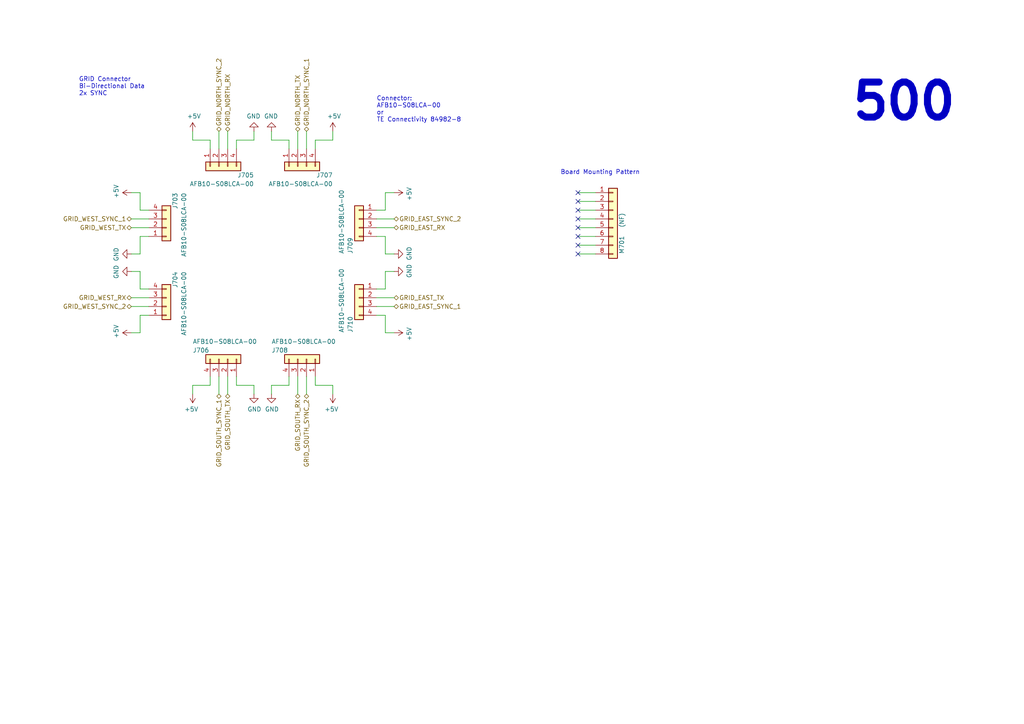
<source format=kicad_sch>
(kicad_sch (version 20230121) (generator eeschema)
  (paper "A4")
  (lib_symbols
    (symbol "Connector_Generic:Conn_01x04" (pin_names (offset 1.016) hide)
      (property "Reference" "J" (at 0 5.08 0))
      (property "Value" "Conn_01x04" (at 0 -7.62 0))
      (symbol "Conn_01x04_1_1"
        (rectangle (start -1.27 -4.953) (end 0 -5.207) (stroke (width 0.1524)))
        (rectangle (start -1.27 -2.413) (end 0 -2.667) (stroke (width 0.1524)))
        (rectangle (start -1.27 0.127) (end 0 -0.127) (stroke (width 0.1524)))
        (rectangle (start -1.27 2.667) (end 0 2.413) (stroke (width 0.1524)))
        (rectangle (start -1.27 3.81) (end 1.27 -6.35) (stroke (width 0.254)) (fill (type background)))
        (pin passive line (at -5.08 2.54 0) (length 3.81) (name "Pin_1") (number "1"))
        (pin passive line (at -5.08 0 0) (length 3.81) (name "Pin_2") (number "2"))
        (pin passive line (at -5.08 -2.54 0) (length 3.81) (name "Pin_3") (number "3"))
        (pin passive line (at -5.08 -5.08 0) (length 3.81) (name "Pin_4") (number "4"))
      )
    )
    (symbol "Connector_Generic:Conn_01x08" (pin_names (offset 1.016) hide)
      (property "Reference" "J" (at 0 10.16 0))
      (property "Value" "Conn_01x08" (at 0 -12.7 0))
      (symbol "Conn_01x08_1_1"
        (rectangle (start -1.27 -10.033) (end 0 -10.287) (stroke (width 0.1524)))
        (rectangle (start -1.27 -7.493) (end 0 -7.747) (stroke (width 0.1524)))
        (rectangle (start -1.27 -4.953) (end 0 -5.207) (stroke (width 0.1524)))
        (rectangle (start -1.27 -2.413) (end 0 -2.667) (stroke (width 0.1524)))
        (rectangle (start -1.27 0.127) (end 0 -0.127) (stroke (width 0.1524)))
        (rectangle (start -1.27 2.667) (end 0 2.413) (stroke (width 0.1524)))
        (rectangle (start -1.27 5.207) (end 0 4.953) (stroke (width 0.1524)))
        (rectangle (start -1.27 7.747) (end 0 7.493) (stroke (width 0.1524)))
        (rectangle (start -1.27 8.89) (end 1.27 -11.43) (stroke (width 0.254)) (fill (type background)))
        (pin passive line (at -5.08 7.62 0) (length 3.81) (name "Pin_1") (number "1"))
        (pin passive line (at -5.08 5.08 0) (length 3.81) (name "Pin_2") (number "2"))
        (pin passive line (at -5.08 2.54 0) (length 3.81) (name "Pin_3") (number "3"))
        (pin passive line (at -5.08 0 0) (length 3.81) (name "Pin_4") (number "4"))
        (pin passive line (at -5.08 -2.54 0) (length 3.81) (name "Pin_5") (number "5"))
        (pin passive line (at -5.08 -5.08 0) (length 3.81) (name "Pin_6") (number "6"))
        (pin passive line (at -5.08 -7.62 0) (length 3.81) (name "Pin_7") (number "7"))
        (pin passive line (at -5.08 -10.16 0) (length 3.81) (name "Pin_8") (number "8"))
      )
    )
    (symbol "power:+5V" (power) (pin_names (offset 0))
      (property "Value" "+5V" (at 0 3.556 0))
      (symbol "+5V_0_1"
        (polyline (pts (xy -0.762 1.27) (xy 0 2.54)))
        (polyline (pts (xy 0 0) (xy 0 2.54)))
        (polyline (pts (xy 0 2.54) (xy 0.762 1.27)))
      )
      (symbol "+5V_1_1"
        (pin power_in line (at 0 0 90) (length 0) hide (name "+5V") (number "1"))
      )
    )
    (symbol "power:GND" (power) (pin_names (offset 0))
      (property "Value" "GND" (at 0 -3.81 0))
      (symbol "GND_0_1"
        (polyline (pts (xy 0 0) (xy 0 -1.27) (xy 1.27 -1.27) (xy 0 -2.54) (xy -1.27 -1.27) (xy 0 -1.27)))
      )
      (symbol "GND_1_1"
        (pin power_in line (at 0 0 270) (length 0) hide (name "GND") (number "1"))
      )
    )
  )
  (no_connect (at 167.64 63.5))
  (no_connect (at 167.64 66.04))
  (no_connect (at 167.64 55.88))
  (no_connect (at 167.64 60.96))
  (no_connect (at 167.64 73.66))
  (no_connect (at 167.64 71.12))
  (no_connect (at 167.64 68.58))
  (no_connect (at 167.64 58.42))
  (wire (pts (xy 60.96 40.64) (xy 60.96 43.18)))
  (wire (pts (xy 40.64 55.88) (xy 40.64 60.96)))
  (wire (pts (xy 40.64 91.44) (xy 40.64 96.52)))
  (wire (pts (xy 55.88 38.1) (xy 55.88 40.64)))
  (wire (pts (xy 43.18 60.96) (xy 40.64 60.96)))
  (wire (pts (xy 83.82 109.22) (xy 83.82 111.76)))
  (wire (pts (xy 55.88 114.3) (xy 55.88 111.76)))
  (wire (pts (xy 66.04 109.22) (xy 66.04 114.3)))
  (wire (pts (xy 111.76 73.66) (xy 114.3 73.66)))
  (wire (pts (xy 172.72 66.04) (xy 167.64 66.04)))
  (wire (pts (xy 66.04 43.18) (xy 66.04 38.1)))
  (wire (pts (xy 172.72 58.42) (xy 167.64 58.42)))
  (wire (pts (xy 91.44 111.76) (xy 96.52 111.76)))
  (wire (pts (xy 38.1 88.9) (xy 43.18 88.9)))
  (wire (pts (xy 43.18 66.04) (xy 38.1 66.04)))
  (wire (pts (xy 68.58 40.64) (xy 73.66 40.64)))
  (wire (pts (xy 43.18 83.82) (xy 40.64 83.82)))
  (wire (pts (xy 43.18 86.36) (xy 38.1 86.36)))
  (wire (pts (xy 40.64 78.74) (xy 40.64 83.82)))
  (wire (pts (xy 109.22 68.58) (xy 111.76 68.58)))
  (wire (pts (xy 109.22 86.36) (xy 114.3 86.36)))
  (wire (pts (xy 172.72 63.5) (xy 167.64 63.5)))
  (wire (pts (xy 111.76 78.74) (xy 114.3 78.74)))
  (wire (pts (xy 111.76 91.44) (xy 111.76 96.52)))
  (wire (pts (xy 68.58 43.18) (xy 68.58 40.64)))
  (wire (pts (xy 55.88 111.76) (xy 60.96 111.76)))
  (wire (pts (xy 172.72 68.58) (xy 167.64 68.58)))
  (wire (pts (xy 111.76 60.96) (xy 109.22 60.96)))
  (wire (pts (xy 111.76 55.88) (xy 111.76 60.96)))
  (wire (pts (xy 86.36 109.22) (xy 86.36 114.3)))
  (wire (pts (xy 83.82 40.64) (xy 83.82 43.18)))
  (wire (pts (xy 55.88 40.64) (xy 60.96 40.64)))
  (wire (pts (xy 40.64 73.66) (xy 38.1 73.66)))
  (wire (pts (xy 109.22 66.04) (xy 114.3 66.04)))
  (wire (pts (xy 91.44 40.64) (xy 96.52 40.64)))
  (wire (pts (xy 73.66 111.76) (xy 73.66 114.3)))
  (wire (pts (xy 68.58 111.76) (xy 68.58 109.22)))
  (wire (pts (xy 96.52 38.1) (xy 96.52 40.64)))
  (wire (pts (xy 78.74 40.64) (xy 78.74 38.1)))
  (wire (pts (xy 114.3 96.52) (xy 111.76 96.52)))
  (wire (pts (xy 114.3 63.5) (xy 109.22 63.5)))
  (wire (pts (xy 73.66 40.64) (xy 73.66 38.1)))
  (wire (pts (xy 91.44 43.18) (xy 91.44 40.64)))
  (wire (pts (xy 68.58 111.76) (xy 73.66 111.76)))
  (wire (pts (xy 63.5 38.1) (xy 63.5 43.18)))
  (wire (pts (xy 111.76 68.58) (xy 111.76 73.66)))
  (wire (pts (xy 172.72 71.12) (xy 167.64 71.12)))
  (wire (pts (xy 88.9 114.3) (xy 88.9 109.22)))
  (wire (pts (xy 109.22 88.9) (xy 114.3 88.9)))
  (wire (pts (xy 38.1 96.52) (xy 40.64 96.52)))
  (wire (pts (xy 111.76 78.74) (xy 111.76 83.82)))
  (wire (pts (xy 91.44 111.76) (xy 91.44 109.22)))
  (wire (pts (xy 172.72 55.88) (xy 167.64 55.88)))
  (wire (pts (xy 86.36 43.18) (xy 86.36 38.1)))
  (wire (pts (xy 60.96 109.22) (xy 60.96 111.76)))
  (wire (pts (xy 43.18 63.5) (xy 38.1 63.5)))
  (wire (pts (xy 40.64 68.58) (xy 40.64 73.66)))
  (wire (pts (xy 78.74 111.76) (xy 78.74 114.3)))
  (wire (pts (xy 172.72 60.96) (xy 167.64 60.96)))
  (wire (pts (xy 40.64 68.58) (xy 43.18 68.58)))
  (wire (pts (xy 40.64 91.44) (xy 43.18 91.44)))
  (wire (pts (xy 88.9 43.18) (xy 88.9 38.1)))
  (wire (pts (xy 63.5 109.22) (xy 63.5 114.3)))
  (wire (pts (xy 96.52 114.3) (xy 96.52 111.76)))
  (wire (pts (xy 111.76 83.82) (xy 109.22 83.82)))
  (wire (pts (xy 78.74 111.76) (xy 83.82 111.76)))
  (wire (pts (xy 109.22 91.44) (xy 111.76 91.44)))
  (wire (pts (xy 38.1 55.88) (xy 40.64 55.88)))
  (wire (pts (xy 40.64 78.74) (xy 38.1 78.74)))
  (wire (pts (xy 172.72 73.66) (xy 167.64 73.66)))
  (wire (pts (xy 78.74 40.64) (xy 83.82 40.64)))
  (wire (pts (xy 114.3 55.88) (xy 111.76 55.88)))
  (text "Board Mounting Pattern\n" (at 162.56 50.8 0) (effects (font (size 1.27 1.27)) (justify left bottom)))
  (text "GRID Connector\nBi-Directional Data\n2x SYNC\n" (at 22.86 27.94 0) (effects (font (size 1.27 1.27)) (justify left bottom)))
  (text "500" (at 246.38 35.56 0) (effects (font (size 10.16 10.16) (thickness 2.032) bold) (justify left bottom)))
  (text "Connector:\nAFB10-S08LCA-00\nor\nTE Connectivity 84982-8" (at 109.22 35.56 0) (effects (font (size 1.27 1.27)) (justify left bottom)))
  (hierarchical_label "GRID_NORTH_RX" (shape bidirectional) (at 66.04 38.1 90))
  (hierarchical_label "GRID_NORTH_TX" (shape bidirectional) (at 86.36 38.1 90))
  (hierarchical_label "GRID_SOUTH_SYNC_1" (shape bidirectional) (at 63.5 114.3 270))
  (hierarchical_label "GRID_NORTH_SYNC_1" (shape bidirectional) (at 88.9 38.1 90))
  (hierarchical_label "GRID_SOUTH_TX" (shape bidirectional) (at 66.04 114.3 270))
  (hierarchical_label "GRID_SOUTH_RX" (shape bidirectional) (at 86.36 114.3 270))
  (hierarchical_label "GRID_EAST_RX" (shape bidirectional) (at 114.3 66.04 0))
  (hierarchical_label "GRID_WEST_SYNC_2" (shape bidirectional) (at 38.1 88.9 180))
  (hierarchical_label "GRID_NORTH_SYNC_2" (shape bidirectional) (at 63.5 38.1 90))
  (hierarchical_label "GRID_EAST_TX" (shape bidirectional) (at 114.3 86.36 0))
  (hierarchical_label "GRID_WEST_TX" (shape bidirectional) (at 38.1 66.04 180))
  (hierarchical_label "GRID_WEST_RX" (shape bidirectional) (at 38.1 86.36 180))
  (hierarchical_label "GRID_EAST_SYNC_1" (shape bidirectional) (at 114.3 88.9 0))
  (hierarchical_label "GRID_SOUTH_SYNC_2" (shape bidirectional) (at 88.9 114.3 270))
  (hierarchical_label "GRID_WEST_SYNC_1" (shape bidirectional) (at 38.1 63.5 180))
  (hierarchical_label "GRID_EAST_SYNC_2" (shape bidirectional) (at 114.3 63.5 0))
  (symbol (lib_id "Connector_Generic:Conn_01x04") (at 48.26 66.04 0) (mirror x) (unit 1) (in_bom no)
    (property "Reference" "J703" (at 50.8 55.88 90) (effects (justify left)))
    (property "Value" "AFB10-S08LCA-00" (at 53.34 55.88 90) (effects (justify left)))
    (property "Footprint" "suku_basics:J_INTERFACE_SPRINGPATTERN" (effects hide))
  )
  (symbol (lib_id "Connector_Generic:Conn_01x04") (at 48.26 88.9 0) (mirror x) (unit 1) (in_bom no)
    (property "Reference" "J704" (at 50.8 78.74 90) (effects (justify left)))
    (property "Value" "AFB10-S08LCA-00" (at 53.34 78.74 90) (effects (justify left)))
    (property "Footprint" "suku_basics:J_INTERFACE_SPRINGPATTERN" (effects hide))
  )
  (symbol (lib_id "power:+5V") (at 38.1 55.88 90) (unit 1)
    (property "Reference" "#PWR0847" (effects hide))
    (property "Value" "+5V" (at 33.7058 55.499 0))
  )
  (symbol (lib_id "power:GND") (at 38.1 73.66 270) (unit 1)
    (property "Reference" "#PWR0848" (effects hide))
    (property "Value" "GND" (at 33.7058 73.787 0))
  )
  (symbol (lib_id "power:GND") (at 38.1 78.74 270) (unit 1)
    (property "Reference" "#PWR0849" (effects hide))
    (property "Value" "GND" (at 33.7058 78.867 0))
  )
  (symbol (lib_id "power:+5V") (at 38.1 96.52 90) (unit 1)
    (property "Reference" "#PWR0850" (effects hide))
    (property "Value" "+5V" (at 33.7058 96.139 0))
  )
  (symbol (lib_id "Connector_Generic:Conn_01x04") (at 86.36 48.26 90) (mirror x) (unit 1) (in_bom no)
    (property "Reference" "J707" (at 96.52 50.8 90) (effects (justify left)))
    (property "Value" "AFB10-S08LCA-00" (at 96.52 53.34 90) (effects (justify left)))
    (property "Footprint" "suku_basics:J_INTERFACE_SPRINGPATTERN" (effects hide))
  )
  (symbol (lib_id "Connector_Generic:Conn_01x04") (at 63.5 48.26 90) (mirror x) (unit 1) (in_bom no)
    (property "Reference" "J705" (at 73.66 50.8 90) (effects (justify left)))
    (property "Value" "AFB10-S08LCA-00" (at 73.66 53.34 90) (effects (justify left)))
    (property "Footprint" "suku_basics:J_INTERFACE_SPRINGPATTERN" (effects hide))
  )
  (symbol (lib_id "Connector_Generic:Conn_01x04") (at 104.14 86.36 0) (mirror y) (unit 1) (in_bom no)
    (property "Reference" "J710" (at 101.6 96.52 90) (effects (justify left)))
    (property "Value" "AFB10-S08LCA-00" (at 99.06 96.52 90) (effects (justify left)))
    (property "Footprint" "suku_basics:J_INTERFACE_SPRINGPATTERN" (effects hide))
  )
  (symbol (lib_id "Connector_Generic:Conn_01x04") (at 104.14 63.5 0) (mirror y) (unit 1) (in_bom no)
    (property "Reference" "J709" (at 101.6 73.66 90) (effects (justify left)))
    (property "Value" "AFB10-S08LCA-00" (at 99.06 73.66 90) (effects (justify left)))
    (property "Footprint" "suku_basics:J_INTERFACE_SPRINGPATTERN" (effects hide))
  )
  (symbol (lib_id "Connector_Generic:Conn_01x04") (at 66.04 104.14 270) (mirror x) (unit 1) (in_bom no)
    (property "Reference" "J706" (at 55.88 101.6 90) (effects (justify left)))
    (property "Value" "AFB10-S08LCA-00" (at 55.88 99.06 90) (effects (justify left)))
    (property "Footprint" "suku_basics:J_INTERFACE_SPRINGPATTERN" (effects hide))
  )
  (symbol (lib_id "Connector_Generic:Conn_01x04") (at 88.9 104.14 270) (mirror x) (unit 1) (in_bom no)
    (property "Reference" "J708" (at 78.74 101.6 90) (effects (justify left)))
    (property "Value" "AFB10-S08LCA-00" (at 78.74 99.06 90) (effects (justify left)))
    (property "Footprint" "suku_basics:J_INTERFACE_SPRINGPATTERN" (effects hide))
  )
  (symbol (lib_id "Connector_Generic:Conn_01x08") (at 177.8 63.5 0) (unit 1)
    (property "Reference" "M701" (at 180.34 73.66 90) (effects (justify left)))
    (property "Value" "(NF)" (at 180.34 66.04 90) (effects (justify left)))
    (property "Footprint" "suku_basics:grid_outline" (effects hide))
  )
  (symbol (lib_id "power:+5V") (at 96.52 114.3 180) (unit 1)
    (property "Reference" "#PWR0858" (effects hide))
    (property "Value" "+5V" (at 96.139 118.6942 0))
  )
  (symbol (lib_id "power:+5V") (at 114.3 55.88 270) (unit 1)
    (property "Reference" "#PWR0859" (effects hide))
    (property "Value" "+5V" (at 118.6942 56.261 0))
  )
  (symbol (lib_id "power:+5V") (at 114.3 96.52 270) (unit 1)
    (property "Reference" "#PWR0862" (effects hide))
    (property "Value" "+5V" (at 118.6942 96.901 0))
  )
  (symbol (lib_id "power:+5V") (at 96.52 38.1 0) (unit 1)
    (property "Reference" "#PWR0857" (effects hide))
    (property "Value" "+5V" (at 96.901 33.7058 0))
  )
  (symbol (lib_id "power:GND") (at 114.3 78.74 90) (unit 1)
    (property "Reference" "#PWR0861" (effects hide))
    (property "Value" "GND" (at 118.6942 78.613 0))
  )
  (symbol (lib_id "power:GND") (at 78.74 38.1 180) (unit 1)
    (property "Reference" "#PWR0855" (effects hide))
    (property "Value" "GND" (at 78.613 33.7058 0))
  )
  (symbol (lib_id "power:GND") (at 73.66 38.1 180) (unit 1)
    (property "Reference" "#PWR0853" (effects hide))
    (property "Value" "GND" (at 73.533 33.7058 0))
  )
  (symbol (lib_id "power:GND") (at 73.66 114.3 0) (unit 1)
    (property "Reference" "#PWR0854" (effects hide))
    (property "Value" "GND" (at 73.787 118.6942 0))
  )
  (symbol (lib_id "power:+5V") (at 55.88 38.1 0) (unit 1)
    (property "Reference" "#PWR0851" (effects hide))
    (property "Value" "+5V" (at 56.261 33.7058 0))
  )
  (symbol (lib_id "power:GND") (at 78.74 114.3 0) (unit 1)
    (property "Reference" "#PWR0856" (effects hide))
    (property "Value" "GND" (at 78.867 118.6942 0))
  )
  (symbol (lib_id "power:GND") (at 114.3 73.66 90) (unit 1)
    (property "Reference" "#PWR0860" (effects hide))
    (property "Value" "GND" (at 118.6942 73.533 0))
  )
  (symbol (lib_id "power:+5V") (at 55.88 114.3 180) (unit 1)
    (property "Reference" "#PWR0852" (effects hide))
    (property "Value" "+5V" (at 55.499 118.6942 0))
  )
)
</source>
